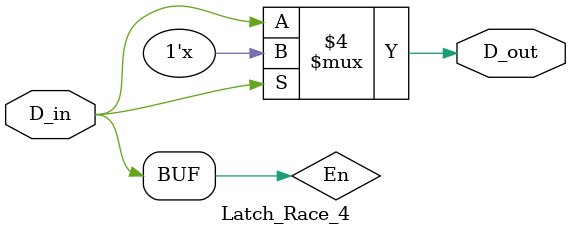
<source format=v>
module Latch_Race_1(D_out,D_in);
output   D_out;
input    D_in;
reg      D_out;
reg      En;
always @(D_in) begin
    En=D_in;
end
always @(D_in or En) begin
    if(En == 0)
    D_out=D_in;
end
endmodule

module Latch_Race_2(D_out,D_in);
output   D_out;
input    D_in;
reg      D_out;
reg      En;
always @(D_in or En) begin
    if(En == 0)
    D_out=D_in;
end

always @(D_in) begin
    En=D_in;
end
endmodule

module Latch_Race_3(D_out,D_in);
output   D_out;
input    D_in;
reg      D_out;
wire      En;
buf #1(En,D_in);
always @(D_in or En) begin
    if(En == 0)
    D_out=D_in;
end
endmodule

module Latch_Race_4(D_out,D_in);
output   D_out;
input    D_in;
reg      D_out;
wire      En;
buf #1(En,D_in);
always @(D_in or En) begin
    #3 if(En == 0)
    D_out=D_in;
end
endmodule
</source>
